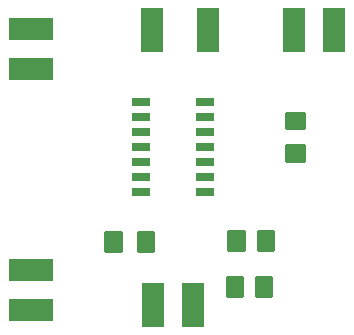
<source format=gbr>
G04 EAGLE Gerber RS-274X export*
G75*
%MOMM*%
%FSLAX34Y34*%
%LPD*%
%INSolderpaste Top*%
%IPPOS*%
%AMOC8*
5,1,8,0,0,1.08239X$1,22.5*%
G01*
%ADD10C,0.300000*%
%ADD11R,1.525000X0.650000*%
%ADD12R,1.930400X3.810000*%
%ADD13R,3.810000X1.930400*%


D10*
X276500Y219870D02*
X276500Y231870D01*
X291500Y231870D01*
X291500Y219870D01*
X276500Y219870D01*
X276500Y222720D02*
X291500Y222720D01*
X291500Y225570D02*
X276500Y225570D01*
X276500Y228420D02*
X291500Y228420D01*
X291500Y231270D02*
X276500Y231270D01*
X276500Y204330D02*
X276500Y192330D01*
X276500Y204330D02*
X291500Y204330D01*
X291500Y192330D01*
X276500Y192330D01*
X276500Y195180D02*
X291500Y195180D01*
X291500Y198030D02*
X276500Y198030D01*
X276500Y200880D02*
X291500Y200880D01*
X291500Y203730D02*
X276500Y203730D01*
X163370Y130800D02*
X151370Y130800D01*
X163370Y130800D02*
X163370Y115800D01*
X151370Y115800D01*
X151370Y130800D01*
X151370Y118650D02*
X163370Y118650D01*
X163370Y121500D02*
X151370Y121500D01*
X151370Y124350D02*
X163370Y124350D01*
X163370Y127200D02*
X151370Y127200D01*
X151370Y130050D02*
X163370Y130050D01*
X135830Y130800D02*
X123830Y130800D01*
X135830Y130800D02*
X135830Y115800D01*
X123830Y115800D01*
X123830Y130800D01*
X123830Y118650D02*
X135830Y118650D01*
X135830Y121500D02*
X123830Y121500D01*
X123830Y124350D02*
X135830Y124350D01*
X135830Y127200D02*
X123830Y127200D01*
X123830Y130050D02*
X135830Y130050D01*
D11*
X207620Y166100D03*
X207620Y178800D03*
X207620Y191500D03*
X207620Y204200D03*
X207620Y216900D03*
X207620Y229600D03*
X207620Y242300D03*
X153380Y242300D03*
X153380Y229600D03*
X153380Y216900D03*
X153380Y204200D03*
X153380Y191500D03*
X153380Y178800D03*
X153380Y166100D03*
D12*
X317000Y303000D03*
X283000Y303000D03*
D10*
X265125Y131500D02*
X253125Y131500D01*
X265125Y131500D02*
X265125Y116500D01*
X253125Y116500D01*
X253125Y131500D01*
X253125Y119350D02*
X265125Y119350D01*
X265125Y122200D02*
X253125Y122200D01*
X253125Y125050D02*
X265125Y125050D01*
X265125Y127900D02*
X253125Y127900D01*
X253125Y130750D02*
X265125Y130750D01*
X240075Y131500D02*
X228075Y131500D01*
X240075Y131500D02*
X240075Y116500D01*
X228075Y116500D01*
X228075Y131500D01*
X228075Y119350D02*
X240075Y119350D01*
X240075Y122200D02*
X228075Y122200D01*
X228075Y125050D02*
X240075Y125050D01*
X240075Y127900D02*
X228075Y127900D01*
X228075Y130750D02*
X240075Y130750D01*
X238575Y78000D02*
X226575Y78000D01*
X226575Y93000D01*
X238575Y93000D01*
X238575Y78000D01*
X238575Y80850D02*
X226575Y80850D01*
X226575Y83700D02*
X238575Y83700D01*
X238575Y86550D02*
X226575Y86550D01*
X226575Y89400D02*
X238575Y89400D01*
X238575Y92250D02*
X226575Y92250D01*
X251625Y78000D02*
X263625Y78000D01*
X251625Y78000D02*
X251625Y93000D01*
X263625Y93000D01*
X263625Y78000D01*
X263625Y80850D02*
X251625Y80850D01*
X251625Y83700D02*
X263625Y83700D01*
X263625Y86550D02*
X251625Y86550D01*
X251625Y89400D02*
X263625Y89400D01*
X263625Y92250D02*
X251625Y92250D01*
D12*
X209700Y303000D03*
X162600Y303000D03*
X197000Y70500D03*
X163000Y70500D03*
D13*
X60000Y304000D03*
X60000Y270000D03*
X60000Y100000D03*
X60000Y66000D03*
M02*

</source>
